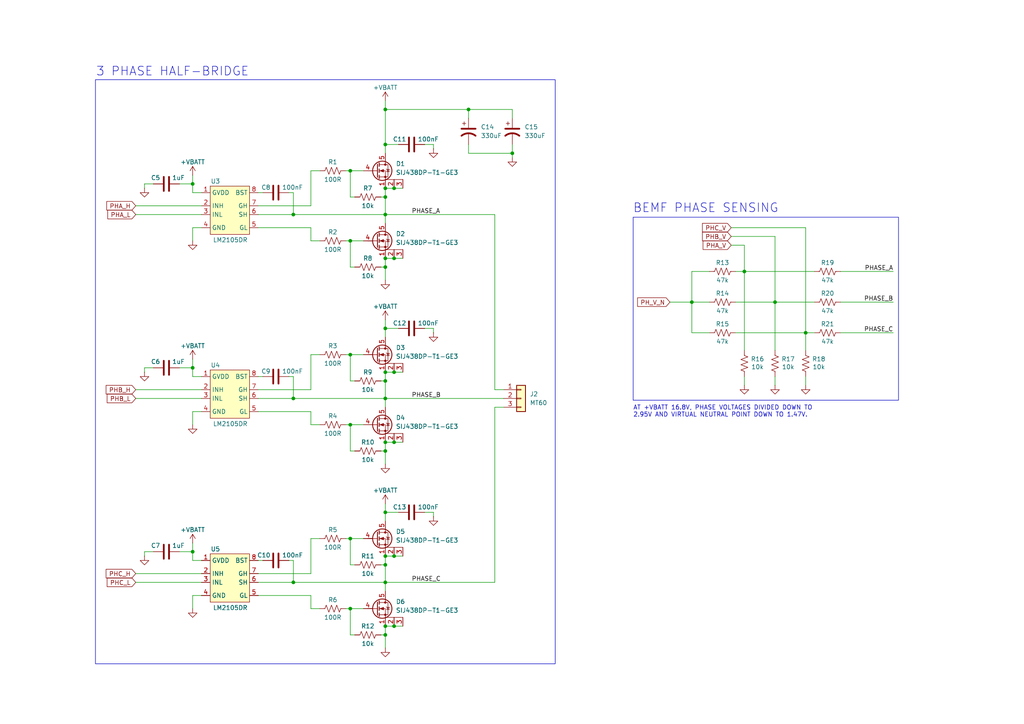
<source format=kicad_sch>
(kicad_sch (version 20231120) (generator "eeschema") (generator_version "8.0")
  (paper "A4")
  (title_block (comment 1 "REVIEWED BY:") (comment 3 "GITHUB: /nikphillydev") (comment 4 "DRAWN BY: N.PHILIPENKO") (comment 5 "SIGNED:"))
  (lib_symbols
    (symbol "C_Polarized_US_1" (pin_numbers hide) (pin_names (offset 0.254) hide)
      (property "Reference" "C" (at 0.635 2.54 0))
      (property "Value" "C_Polarized_US" (at 0.635 -2.54 0))
      (symbol "C_Polarized_US_1_0_1"
        (polyline (pts (xy -2.032 0.762) (xy 2.032 0.762)) (stroke (width 0.508)))
        (polyline (pts (xy -1.778 2.286) (xy -0.762 2.286)))
        (polyline (pts (xy -1.27 1.778) (xy -1.27 2.794)))
        (arc (start 2.032 -1.27) (mid 0 -0.5572) (end -2.032 -1.27) (stroke (width 0.508)))
      )
      (symbol "C_Polarized_US_1_1_1"
        (pin passive line (at 0 3.81 270) (length 2.794) (name "~") (number "1"))
        (pin passive line (at 0 -3.81 90) (length 3.302) (name "~") (number "2"))
      )
    )
    (symbol "Connector_Generic:Conn_01x03" (pin_names (offset 1.016) hide)
      (property "Reference" "J" (at 0 5.08 0))
      (property "Value" "Conn_01x03" (at 0 -5.08 0))
      (symbol "Conn_01x03_1_1"
        (rectangle (start -1.27 -2.413) (end 0 -2.667) (stroke (width 0.1524)))
        (rectangle (start -1.27 0.127) (end 0 -0.127) (stroke (width 0.1524)))
        (rectangle (start -1.27 2.667) (end 0 2.413) (stroke (width 0.1524)))
        (rectangle (start -1.27 3.81) (end 1.27 -3.81) (stroke (width 0.254)) (fill (type background)))
        (pin passive line (at -5.08 2.54 0) (length 3.81) (name "Pin_1") (number "1"))
        (pin passive line (at -5.08 0 0) (length 3.81) (name "Pin_2") (number "2"))
        (pin passive line (at -5.08 -2.54 0) (length 3.81) (name "Pin_3") (number "3"))
      )
    )
    (symbol "Device:C" (pin_numbers hide) (pin_names (offset 0.254))
      (property "Reference" "C" (at 0.635 2.54 0))
      (property "Value" "C" (at 0.635 -2.54 0))
      (symbol "C_0_1"
        (polyline (pts (xy -2.032 -0.762) (xy 2.032 -0.762)) (stroke (width 0.508)))
        (polyline (pts (xy -2.032 0.762) (xy 2.032 0.762)) (stroke (width 0.508)))
      )
      (symbol "C_1_1"
        (pin passive line (at 0 3.81 270) (length 2.794) (name "~") (number "1"))
        (pin passive line (at 0 -3.81 90) (length 2.794) (name "~") (number "2"))
      )
    )
    (symbol "Device:C_Polarized_US" (pin_numbers hide) (pin_names (offset 0.254) hide)
      (property "Reference" "C" (at 0.635 2.54 0))
      (property "Value" "C_Polarized_US" (at 0.635 -2.54 0))
      (symbol "C_Polarized_US_0_1"
        (polyline (pts (xy -2.032 0.762) (xy 2.032 0.762)) (stroke (width 0.508)))
        (polyline (pts (xy -1.778 2.286) (xy -0.762 2.286)))
        (polyline (pts (xy -1.27 1.778) (xy -1.27 2.794)))
        (arc (start 2.032 -1.27) (mid 0 -0.5572) (end -2.032 -1.27) (stroke (width 0.508)))
      )
      (symbol "C_Polarized_US_1_1"
        (pin passive line (at 0 3.81 270) (length 2.794) (name "~") (number "1"))
        (pin passive line (at 0 -3.81 90) (length 3.302) (name "~") (number "2"))
      )
    )
    (symbol "Device:R_US" (pin_numbers hide) (pin_names (offset 0))
      (property "Reference" "R" (at 2.54 0 90))
      (property "Value" "R_US" (at -2.54 0 90))
      (symbol "R_US_0_1"
        (polyline (pts (xy 0 -2.286) (xy 0 -2.54)))
        (polyline (pts (xy 0 2.286) (xy 0 2.54)))
        (polyline (pts (xy 0 -0.762) (xy 1.016 -1.143) (xy 0 -1.524) (xy -1.016 -1.905) (xy 0 -2.286)))
        (polyline (pts (xy 0 0.762) (xy 1.016 0.381) (xy 0 0) (xy -1.016 -0.381) (xy 0 -0.762)))
        (polyline (pts (xy 0 2.286) (xy 1.016 1.905) (xy 0 1.524) (xy -1.016 1.143) (xy 0 0.762)))
      )
      (symbol "R_US_1_1"
        (pin passive line (at 0 3.81 270) (length 1.27) (name "~") (number "1"))
        (pin passive line (at 0 -3.81 90) (length 1.27) (name "~") (number "2"))
      )
    )
    (symbol "Diodes:SiJ438DP" (pin_names hide)
      (property "Reference" "D" (at 4.064 4.826 0))
      (property "Value" "SiJ438DP" (at 7.874 2.794 0))
      (symbol "SiJ438DP_0_1"
        (polyline (pts (xy -1.016 0) (xy -3.81 0)))
        (polyline (pts (xy -1.016 1.905) (xy -1.016 -1.905)) (stroke (width 0.254)))
        (polyline (pts (xy -0.508 -1.27) (xy -0.508 -2.286)) (stroke (width 0.254)))
        (polyline (pts (xy -0.508 0.508) (xy -0.508 -0.508)) (stroke (width 0.254)))
        (polyline (pts (xy -0.508 2.286) (xy -0.508 1.27)) (stroke (width 0.254)))
        (polyline (pts (xy 1.27 2.54) (xy 1.27 1.778)))
        (polyline (pts (xy 1.27 -2.54) (xy 1.27 0) (xy -0.508 0)))
        (polyline (pts (xy 1.27 -2.54) (xy 3.81 -2.54) (xy 6.35 -2.54)))
        (polyline (pts (xy -0.508 -1.778) (xy 2.032 -1.778) (xy 2.032 1.778) (xy -0.508 1.778)))
        (polyline (pts (xy -0.254 0) (xy 0.762 0.381) (xy 0.762 -0.381) (xy -0.254 0)) (fill (type outline)))
        (polyline (pts (xy 1.524 0.508) (xy 1.651 0.381) (xy 2.413 0.381) (xy 2.54 0.254)))
        (polyline (pts (xy 2.032 0.381) (xy 1.651 -0.254) (xy 2.413 -0.254) (xy 2.032 0.381)))
        (circle (center 0.381 0) (radius 2.794) (stroke (width 0.254)))
        (circle (center 1.27 -1.778) (radius 0.254) (fill (type outline)))
        (circle (center 1.27 1.778) (radius 0.254) (fill (type outline)))
      )
      (symbol "SiJ438DP_1_0"
        (pin passive line (at -5.08 0 0) (length 2.54) (name "G") (number "4"))
        (pin passive line (at 1.27 5.08 270) (length 2.54) (name "D") (number "5"))
      )
      (symbol "SiJ438DP_1_1"
        (pin passive line (at 1.27 -5.08 90) (length 2.54) (name "S") (number "1"))
        (pin passive line (at 3.81 -5.08 90) (length 2.54) (name "S") (number "2"))
        (pin passive line (at 6.35 -5.08 90) (length 2.54) (name "S") (number "3"))
      )
    )
    (symbol "ICs:LM2105-D"
      (property "Reference" "U" (at -5.08 8.128 0))
      (property "Value" "LM2105-D" (at -0.508 -8.382 0))
      (symbol "LM2105-D_0_0"
        (pin power_in line (at -8.89 5.08 0) (length 2.54) (name "GVDD") (number "1"))
        (pin input line (at -8.89 1.27 0) (length 2.54) (name "INH") (number "2"))
        (pin input line (at -8.89 -1.27 0) (length 2.54) (name "INL") (number "3"))
        (pin passive line (at -8.89 -5.08 0) (length 2.54) (name "GND") (number "4"))
        (pin output line (at 7.62 -5.08 180) (length 2.54) (name "GL") (number "5"))
        (pin passive line (at 7.62 -1.27 180) (length 2.54) (name "SH") (number "6"))
        (pin output line (at 7.62 1.27 180) (length 2.54) (name "GH") (number "7"))
        (pin passive line (at 7.62 5.08 180) (length 2.54) (name "BST") (number "8"))
      )
      (symbol "LM2105-D_1_1"
        (rectangle (start -6.35 6.985) (end 5.08 -6.985) (fill (type background)))
      )
    )
    (symbol "power:+3.3V" (power) (pin_numbers hide) (pin_names (offset 0) hide)
      (property "Value" "+3.3V" (at 0 3.556 0))
      (symbol "+3.3V_0_1"
        (polyline (pts (xy -0.762 1.27) (xy 0 2.54)))
        (polyline (pts (xy 0 0) (xy 0 2.54)))
        (polyline (pts (xy 0 2.54) (xy 0.762 1.27)))
      )
      (symbol "+3.3V_1_1"
        (pin power_in line (at 0 0 90) (length 0) (name "~") (number "1"))
      )
    )
    (symbol "power:GND" (power) (pin_numbers hide) (pin_names (offset 0) hide)
      (property "Value" "GND" (at 0 -3.81 0))
      (symbol "GND_0_1"
        (polyline (pts (xy 0 0) (xy 0 -1.27) (xy 1.27 -1.27) (xy 0 -2.54) (xy -1.27 -1.27) (xy 0 -1.27)))
      )
      (symbol "GND_1_1"
        (pin power_in line (at 0 0 270) (length 0) (name "~") (number "1"))
      )
    )
  )
  (junction (at 200.66 87.63))
  (junction (at 101.6 102.87))
  (junction (at 111.76 115.57))
  (junction (at 114.3 54.61))
  (junction (at 114.3 107.95))
  (junction (at 111.76 163.83))
  (junction (at 111.76 62.23))
  (junction (at 148.59 44.45))
  (junction (at 114.3 181.61))
  (junction (at 233.68 96.52))
  (junction (at 215.9 78.74))
  (junction (at 111.76 184.15))
  (junction (at 111.76 107.95))
  (junction (at 85.09 115.57))
  (junction (at 111.76 128.27))
  (junction (at 114.3 74.93))
  (junction (at 55.88 53.34))
  (junction (at 101.6 176.53))
  (junction (at 111.76 31.75))
  (junction (at 111.76 57.15))
  (junction (at 55.88 106.68))
  (junction (at 55.88 160.02))
  (junction (at 101.6 69.85))
  (junction (at 111.76 161.29))
  (junction (at 224.79 87.63))
  (junction (at 111.76 41.91))
  (junction (at 101.6 123.19))
  (junction (at 114.3 161.29))
  (junction (at 111.76 74.93))
  (junction (at 111.76 148.59))
  (junction (at 111.76 168.91))
  (junction (at 85.09 62.23))
  (junction (at 111.76 77.47))
  (junction (at 85.09 168.91))
  (junction (at 101.6 49.53))
  (junction (at 114.3 128.27))
  (junction (at 135.89 31.75))
  (junction (at 111.76 95.25))
  (junction (at 101.6 156.21))
  (junction (at 111.76 54.61))
  (junction (at 111.76 130.81))
  (junction (at 111.76 181.61))
  (junction (at 111.76 110.49))
  (wire (pts (xy 58.42 172.72) (xy 55.88 172.72)))
  (wire (pts (xy 85.09 55.88) (xy 85.09 62.23)))
  (wire (pts (xy 111.76 107.95) (xy 114.3 107.95)))
  (wire (pts (xy 111.76 148.59) (xy 111.76 151.13)))
  (wire (pts (xy 123.19 41.91) (xy 125.73 41.91)))
  (wire (pts (xy 55.88 162.56) (xy 55.88 160.02)))
  (wire (pts (xy 100.33 102.87) (xy 101.6 102.87)))
  (wire (pts (xy 111.76 74.93) (xy 114.3 74.93)))
  (wire (pts (xy 100.33 69.85) (xy 101.6 69.85)))
  (wire (pts (xy 143.51 118.11) (xy 146.05 118.11)))
  (wire (pts (xy 111.76 54.61) (xy 111.76 57.15)))
  (wire (pts (xy 233.68 96.52) (xy 233.68 101.6)))
  (wire (pts (xy 58.42 66.04) (xy 55.88 66.04)))
  (wire (pts (xy 52.07 160.02) (xy 55.88 160.02)))
  (wire (pts (xy 194.31 87.63) (xy 200.66 87.63)))
  (wire (pts (xy 215.9 109.22) (xy 215.9 111.76)))
  (wire (pts (xy 74.93 59.69) (xy 90.17 59.69)))
  (wire (pts (xy 85.09 62.23) (xy 111.76 62.23)))
  (wire (pts (xy 111.76 29.21) (xy 111.76 31.75)))
  (wire (pts (xy 148.59 34.29) (xy 148.59 31.75)))
  (wire (pts (xy 74.93 113.03) (xy 90.17 113.03)))
  (wire (pts (xy 148.59 41.91) (xy 148.59 44.45)))
  (wire (pts (xy 101.6 110.49) (xy 102.87 110.49)))
  (wire (pts (xy 85.09 162.56) (xy 85.09 168.91)))
  (wire (pts (xy 111.76 41.91) (xy 111.76 44.45)))
  (wire (pts (xy 224.79 87.63) (xy 224.79 101.6)))
  (wire (pts (xy 111.76 181.61) (xy 114.3 181.61)))
  (wire (pts (xy 101.6 123.19) (xy 105.41 123.19)))
  (wire (pts (xy 101.6 77.47) (xy 102.87 77.47)))
  (wire (pts (xy 111.76 115.57) (xy 146.05 115.57)))
  (wire (pts (xy 111.76 128.27) (xy 111.76 130.81)))
  (wire (pts (xy 114.3 54.61) (xy 116.84 54.61)))
  (wire (pts (xy 143.51 168.91) (xy 143.51 118.11)))
  (wire (pts (xy 55.88 109.22) (xy 55.88 106.68)))
  (wire (pts (xy 100.33 176.53) (xy 101.6 176.53)))
  (wire (pts (xy 100.33 156.21) (xy 101.6 156.21)))
  (wire (pts (xy 74.93 119.38) (xy 90.17 119.38)))
  (wire (pts (xy 101.6 49.53) (xy 105.41 49.53)))
  (wire (pts (xy 101.6 156.21) (xy 105.41 156.21)))
  (wire (pts (xy 74.93 109.22) (xy 76.2 109.22)))
  (wire (pts (xy 111.76 181.61) (xy 111.76 184.15)))
  (wire (pts (xy 55.88 160.02) (xy 55.88 157.48)))
  (wire (pts (xy 200.66 78.74) (xy 200.66 87.63)))
  (wire (pts (xy 101.6 184.15) (xy 102.87 184.15)))
  (wire (pts (xy 224.79 109.22) (xy 224.79 111.76)))
  (wire (pts (xy 224.79 87.63) (xy 224.79 68.58)))
  (wire (pts (xy 205.74 96.52) (xy 200.66 96.52)))
  (wire (pts (xy 215.9 78.74) (xy 215.9 71.12)))
  (wire (pts (xy 90.17 123.19) (xy 92.71 123.19)))
  (wire (pts (xy 39.37 168.91) (xy 58.42 168.91)))
  (wire (pts (xy 101.6 123.19) (xy 101.6 130.81)))
  (wire (pts (xy 213.36 96.52) (xy 233.68 96.52)))
  (wire (pts (xy 215.9 78.74) (xy 236.22 78.74)))
  (wire (pts (xy 212.09 66.04) (xy 233.68 66.04)))
  (wire (pts (xy 213.36 87.63) (xy 224.79 87.63)))
  (wire (pts (xy 111.76 57.15) (xy 111.76 62.23)))
  (wire (pts (xy 39.37 115.57) (xy 58.42 115.57)))
  (wire (pts (xy 111.76 77.47) (xy 111.76 81.28)))
  (wire (pts (xy 90.17 66.04) (xy 90.17 69.85)))
  (wire (pts (xy 101.6 57.15) (xy 102.87 57.15)))
  (wire (pts (xy 233.68 96.52) (xy 236.22 96.52)))
  (wire (pts (xy 111.76 115.57) (xy 111.76 118.11)))
  (wire (pts (xy 44.45 53.34) (xy 41.91 53.34)))
  (wire (pts (xy 111.76 184.15) (xy 111.76 187.96)))
  (wire (pts (xy 111.76 54.61) (xy 114.3 54.61)))
  (wire (pts (xy 213.36 78.74) (xy 215.9 78.74)))
  (wire (pts (xy 135.89 34.29) (xy 135.89 31.75)))
  (wire (pts (xy 200.66 96.52) (xy 200.66 87.63)))
  (wire (pts (xy 90.17 49.53) (xy 92.71 49.53)))
  (wire (pts (xy 39.37 166.37) (xy 58.42 166.37)))
  (wire (pts (xy 111.76 74.93) (xy 111.76 77.47)))
  (wire (pts (xy 111.76 41.91) (xy 115.57 41.91)))
  (wire (pts (xy 114.3 128.27) (xy 116.84 128.27)))
  (wire (pts (xy 58.42 162.56) (xy 55.88 162.56)))
  (wire (pts (xy 111.76 184.15) (xy 110.49 184.15)))
  (wire (pts (xy 55.88 66.04) (xy 55.88 69.85)))
  (wire (pts (xy 111.76 161.29) (xy 111.76 163.83)))
  (wire (pts (xy 114.3 161.29) (xy 116.84 161.29)))
  (wire (pts (xy 212.09 68.58) (xy 224.79 68.58)))
  (wire (pts (xy 74.93 172.72) (xy 90.17 172.72)))
  (wire (pts (xy 101.6 69.85) (xy 101.6 77.47)))
  (wire (pts (xy 114.3 181.61) (xy 116.84 181.61)))
  (wire (pts (xy 215.9 78.74) (xy 215.9 101.6)))
  (wire (pts (xy 41.91 160.02) (xy 41.91 161.29)))
  (wire (pts (xy 123.19 95.25) (xy 125.73 95.25)))
  (wire (pts (xy 90.17 166.37) (xy 90.17 156.21)))
  (wire (pts (xy 55.88 55.88) (xy 55.88 53.34)))
  (wire (pts (xy 111.76 31.75) (xy 135.89 31.75)))
  (wire (pts (xy 100.33 49.53) (xy 101.6 49.53)))
  (wire (pts (xy 101.6 102.87) (xy 105.41 102.87)))
  (wire (pts (xy 233.68 96.52) (xy 233.68 66.04)))
  (wire (pts (xy 85.09 109.22) (xy 85.09 115.57)))
  (wire (pts (xy 110.49 110.49) (xy 111.76 110.49)))
  (wire (pts (xy 233.68 109.22) (xy 233.68 111.76)))
  (wire (pts (xy 100.33 123.19) (xy 101.6 123.19)))
  (wire (pts (xy 85.09 168.91) (xy 111.76 168.91)))
  (wire (pts (xy 125.73 41.91) (xy 125.73 43.18)))
  (wire (pts (xy 111.76 62.23) (xy 143.51 62.23)))
  (wire (pts (xy 111.76 146.05) (xy 111.76 148.59)))
  (wire (pts (xy 58.42 55.88) (xy 55.88 55.88)))
  (wire (pts (xy 83.82 109.22) (xy 85.09 109.22)))
  (wire (pts (xy 52.07 106.68) (xy 55.88 106.68)))
  (wire (pts (xy 39.37 59.69) (xy 58.42 59.69)))
  (wire (pts (xy 135.89 31.75) (xy 148.59 31.75)))
  (wire (pts (xy 55.88 172.72) (xy 55.88 176.53)))
  (wire (pts (xy 111.76 77.47) (xy 110.49 77.47)))
  (wire (pts (xy 74.93 66.04) (xy 90.17 66.04)))
  (wire (pts (xy 90.17 113.03) (xy 90.17 102.87)))
  (wire (pts (xy 55.88 53.34) (xy 55.88 50.8)))
  (wire (pts (xy 85.09 115.57) (xy 74.93 115.57)))
  (wire (pts (xy 135.89 44.45) (xy 148.59 44.45)))
  (wire (pts (xy 110.49 57.15) (xy 111.76 57.15)))
  (wire (pts (xy 243.84 96.52) (xy 259.08 96.52)))
  (wire (pts (xy 101.6 176.53) (xy 101.6 184.15)))
  (wire (pts (xy 85.09 115.57) (xy 111.76 115.57)))
  (wire (pts (xy 39.37 113.03) (xy 58.42 113.03)))
  (wire (pts (xy 143.51 113.03) (xy 146.05 113.03)))
  (wire (pts (xy 90.17 176.53) (xy 92.71 176.53)))
  (wire (pts (xy 111.76 128.27) (xy 114.3 128.27)))
  (wire (pts (xy 123.19 148.59) (xy 125.73 148.59)))
  (wire (pts (xy 44.45 106.68) (xy 41.91 106.68)))
  (wire (pts (xy 85.09 62.23) (xy 74.93 62.23)))
  (wire (pts (xy 125.73 95.25) (xy 125.73 96.52)))
  (wire (pts (xy 83.82 162.56) (xy 85.09 162.56)))
  (wire (pts (xy 125.73 148.59) (xy 125.73 149.86)))
  (wire (pts (xy 111.76 95.25) (xy 115.57 95.25)))
  (wire (pts (xy 114.3 107.95) (xy 116.84 107.95)))
  (wire (pts (xy 111.76 92.71) (xy 111.76 95.25)))
  (wire (pts (xy 52.07 53.34) (xy 55.88 53.34)))
  (wire (pts (xy 111.76 130.81) (xy 111.76 134.62)))
  (wire (pts (xy 111.76 31.75) (xy 111.76 41.91)))
  (wire (pts (xy 101.6 163.83) (xy 102.87 163.83)))
  (wire (pts (xy 101.6 176.53) (xy 105.41 176.53)))
  (wire (pts (xy 55.88 106.68) (xy 55.88 104.14)))
  (wire (pts (xy 83.82 55.88) (xy 85.09 55.88)))
  (wire (pts (xy 101.6 102.87) (xy 101.6 110.49)))
  (wire (pts (xy 90.17 172.72) (xy 90.17 176.53)))
  (wire (pts (xy 55.88 119.38) (xy 55.88 123.19)))
  (wire (pts (xy 101.6 69.85) (xy 105.41 69.85)))
  (wire (pts (xy 111.76 168.91) (xy 143.51 168.91)))
  (wire (pts (xy 111.76 130.81) (xy 110.49 130.81)))
  (wire (pts (xy 205.74 78.74) (xy 200.66 78.74)))
  (wire (pts (xy 58.42 109.22) (xy 55.88 109.22)))
  (wire (pts (xy 143.51 62.23) (xy 143.51 113.03)))
  (wire (pts (xy 74.93 166.37) (xy 90.17 166.37)))
  (wire (pts (xy 90.17 102.87) (xy 92.71 102.87)))
  (wire (pts (xy 90.17 59.69) (xy 90.17 49.53)))
  (wire (pts (xy 243.84 87.63) (xy 259.08 87.63)))
  (wire (pts (xy 90.17 119.38) (xy 90.17 123.19)))
  (wire (pts (xy 148.59 44.45) (xy 148.59 45.72)))
  (wire (pts (xy 41.91 53.34) (xy 41.91 54.61)))
  (wire (pts (xy 224.79 87.63) (xy 236.22 87.63)))
  (wire (pts (xy 111.76 161.29) (xy 114.3 161.29)))
  (wire (pts (xy 200.66 87.63) (xy 205.74 87.63)))
  (wire (pts (xy 74.93 55.88) (xy 76.2 55.88)))
  (wire (pts (xy 90.17 69.85) (xy 92.71 69.85)))
  (wire (pts (xy 110.49 163.83) (xy 111.76 163.83)))
  (wire (pts (xy 101.6 49.53) (xy 101.6 57.15)))
  (wire (pts (xy 114.3 74.93) (xy 116.84 74.93)))
  (wire (pts (xy 111.76 95.25) (xy 111.76 97.79)))
  (wire (pts (xy 111.76 110.49) (xy 111.76 115.57)))
  (wire (pts (xy 101.6 130.81) (xy 102.87 130.81)))
  (wire (pts (xy 41.91 106.68) (xy 41.91 107.95)))
  (wire (pts (xy 101.6 156.21) (xy 101.6 163.83)))
  (wire (pts (xy 111.76 168.91) (xy 111.76 171.45)))
  (wire (pts (xy 74.93 162.56) (xy 76.2 162.56)))
  (wire (pts (xy 111.76 148.59) (xy 115.57 148.59)))
  (wire (pts (xy 135.89 41.91) (xy 135.89 44.45)))
  (wire (pts (xy 44.45 160.02) (xy 41.91 160.02)))
  (wire (pts (xy 111.76 62.23) (xy 111.76 64.77)))
  (wire (pts (xy 111.76 163.83) (xy 111.76 168.91)))
  (wire (pts (xy 85.09 168.91) (xy 74.93 168.91)))
  (wire (pts (xy 212.09 71.12) (xy 215.9 71.12)))
  (wire (pts (xy 90.17 156.21) (xy 92.71 156.21)))
  (wire (pts (xy 111.76 107.95) (xy 111.76 110.49)))
  (wire (pts (xy 243.84 78.74) (xy 259.08 78.74)))
  (wire (pts (xy 58.42 119.38) (xy 55.88 119.38)))
  (wire (pts (xy 39.37 62.23) (xy 58.42 62.23)))
  (rectangle (start 27.686 23.114) (end 161.036 192.532))
  (rectangle (start 183.642 62.992) (end 260.604 116.078))
  (text "3 PHASE HALF-BRIDGE" (at 50.038 20.828 0) (effects (font (size 2.54 2.54))))
  (text "BEMF PHASE SENSING" (at 204.724 60.452 0) (effects (font (size 2.54 2.54))))
  (text "AT +VBATT 16.8V, PHASE VOLTAGES DIVIDED DOWN TO \n2.95V AND VIRTUAL NEUTRAL POINT DOWN TO 1.47V." (at 183.642 119.38 0) (effects (font (size 1.27 1.27)) (justify left)))
  (label "PHASE_C" (at 119.38 168.91 0))
  (label "PHASE_A" (at 119.38 62.23 0))
  (label "PHASE_C" (at 259.08 96.52 180))
  (label "PHASE_A" (at 259.08 78.74 180))
  (label "PHASE_B" (at 259.08 87.63 180))
  (label "PHASE_B" (at 119.38 115.57 0))
  (global_label "PHC_V" (shape input) (at 212.09 66.04 180) (property "Intersheetrefs" "${INTERSHEET_REFS}" (effects (hide yes))))
  (global_label "PHC_H" (shape input) (at 39.37 166.37 180) (property "Intersheetrefs" "${INTERSHEET_REFS}" (effects (hide yes))))
  (global_label "PHA_L" (shape input) (at 39.37 62.23 180) (property "Intersheetrefs" "${INTERSHEET_REFS}" (effects (hide yes))))
  (global_label "PHA_H" (shape input) (at 39.37 59.69 180) (property "Intersheetrefs" "${INTERSHEET_REFS}" (effects (hide yes))))
  (global_label "PHC_L" (shape input) (at 39.37 168.91 180) (property "Intersheetrefs" "${INTERSHEET_REFS}" (effects (hide yes))))
  (global_label "PHB_V" (shape input) (at 212.09 68.58 180) (property "Intersheetrefs" "${INTERSHEET_REFS}" (effects (hide yes))))
  (global_label "PHB_L" (shape input) (at 39.37 115.57 180) (property "Intersheetrefs" "${INTERSHEET_REFS}" (effects (hide yes))))
  (global_label "PH_V_N" (shape input) (at 194.31 87.63 180) (property "Intersheetrefs" "${INTERSHEET_REFS}" (effects (hide yes))))
  (global_label "PHB_H" (shape input) (at 39.37 113.03 180) (property "Intersheetrefs" "${INTERSHEET_REFS}" (effects (hide yes))))
  (global_label "PHA_V" (shape input) (at 212.09 71.12 180) (property "Intersheetrefs" "${INTERSHEET_REFS}" (effects (hide yes))))
  (symbol (lib_id "Device:R_US") (at 96.52 102.87 90) (unit 1)
    (property "Reference" "R3" (at 96.52 100.33 90))
    (property "Value" "100R" (at 96.52 105.41 90))
    (property "Description" "Resistor, US symbol" (effects (hide yes)))
  )
  (symbol (lib_id "Device:R_US") (at 96.52 49.53 90) (unit 1)
    (property "Reference" "R1" (at 96.52 46.99 90))
    (property "Value" "100R" (at 96.52 52.07 90))
    (property "Description" "Resistor, US symbol" (effects (hide yes)))
  )
  (symbol (lib_id "Device:R_US") (at 215.9 105.41 180) (unit 1)
    (property "Reference" "R16" (at 219.71 104.14 0))
    (property "Value" "10k" (at 219.71 106.426 0))
    (property "Description" "Resistor, US symbol" (effects (hide yes)))
  )
  (symbol (lib_id "Device:R_US") (at 209.55 96.52 90) (unit 1)
    (property "Reference" "R15" (at 209.55 93.98 90))
    (property "Value" "47k" (at 209.55 99.06 90))
    (property "Description" "Resistor, US symbol" (effects (hide yes)))
  )
  (symbol (lib_id "Diodes:SiJ438DP") (at 110.49 176.53 0) (unit 1)
    (property "Reference" "D6" (at 114.808 174.498 0) (effects (justify left)))
    (property "Value" "SIJ438DP-T1-GE3" (at 114.808 177.038 0) (effects (justify left)))
    (property "Footprint" "Diodes:Vishay_PPAK_SO-8L" (effects (hide yes)))
  )
  (symbol (lib_id "power:+3.3V") (at 55.88 104.14 0) (unit 1)
    (property "Reference" "#PWR012" (effects (hide yes)))
    (property "Value" "+VBATT" (at 55.88 100.33 0))
    (property "Description" "Power symbol creates a global label with name \"+3.3V\"" (effects (hide yes)))
  )
  (symbol (lib_name "C_Polarized_US_1") (lib_id "Device:C_Polarized_US") (at 148.59 38.1 0) (unit 1)
    (property "Reference" "C15" (at 152.146 36.83 0) (effects (justify left)))
    (property "Value" "330uF" (at 152.146 39.37 0) (effects (justify left)))
    (property "Footprint" "Capacitors:CAP_ALUM_HORIZONTAL" (effects (hide yes)))
    (property "Description" "Polarized capacitor, US symbol" (effects (hide yes)))
  )
  (symbol (lib_id "Device:R_US") (at 106.68 110.49 90) (unit 1)
    (property "Reference" "R9" (at 106.68 107.95 90))
    (property "Value" "10k" (at 106.68 113.03 90))
    (property "Description" "Resistor, US symbol" (effects (hide yes)))
  )
  (symbol (lib_id "Device:C_Polarized_US") (at 135.89 38.1 0) (unit 1)
    (property "Reference" "C14" (at 139.446 36.83 0) (effects (justify left)))
    (property "Value" "330uF" (at 139.446 39.37 0) (effects (justify left)))
    (property "Footprint" "Capacitors:CAP_ALUM_HORIZONTAL" (effects (hide yes)))
    (property "Description" "Polarized capacitor, US symbol" (effects (hide yes)))
  )
  (symbol (lib_id "power:GND") (at 148.59 45.72 0) (unit 1)
    (property "Reference" "#PWR025" (effects (hide yes)))
    (property "Value" "GND" (effects (hide yes)))
    (property "Description" "Power symbol creates a global label with name \"GND\" , ground" (effects (hide yes)))
  )
  (symbol (lib_id "power:GND") (at 111.76 134.62 0) (unit 1)
    (property "Reference" "#PWR019" (effects (hide yes)))
    (property "Value" "GND" (effects (hide yes)))
    (property "Description" "Power symbol creates a global label with name \"GND\" , ground" (effects (hide yes)))
  )
  (symbol (lib_id "power:+3.3V") (at 55.88 157.48 0) (unit 1)
    (property "Reference" "#PWR014" (effects (hide yes)))
    (property "Value" "+VBATT" (at 55.88 153.67 0))
    (property "Description" "Power symbol creates a global label with name \"+3.3V\"" (effects (hide yes)))
  )
  (symbol (lib_id "Device:R_US") (at 106.68 163.83 90) (unit 1)
    (property "Reference" "R11" (at 106.68 161.29 90))
    (property "Value" "10k" (at 106.68 166.37 90))
    (property "Description" "Resistor, US symbol" (effects (hide yes)))
  )
  (symbol (lib_id "Device:C") (at 80.01 162.56 90) (unit 1)
    (property "Reference" "C10" (at 78.486 161.036 90) (effects (justify left)))
    (property "Value" "100nF" (at 87.884 161.036 90) (effects (justify left)))
    (property "Description" "Unpolarized capacitor" (effects (hide yes)))
  )
  (symbol (lib_id "power:+3.3V") (at 111.76 92.71 0) (unit 1)
    (property "Reference" "#PWR018" (effects (hide yes)))
    (property "Value" "+VBATT" (at 111.76 88.9 0))
    (property "Description" "Power symbol creates a global label with name \"+3.3V\"" (effects (hide yes)))
  )
  (symbol (lib_id "Device:R_US") (at 209.55 78.74 90) (unit 1)
    (property "Reference" "R13" (at 209.55 76.2 90))
    (property "Value" "47k" (at 209.55 81.28 90))
    (property "Description" "Resistor, US symbol" (effects (hide yes)))
  )
  (symbol (lib_id "power:GND") (at 41.91 54.61 0) (unit 1)
    (property "Reference" "#PWR07" (effects (hide yes)))
    (property "Value" "GND" (effects (hide yes)))
    (property "Description" "Power symbol creates a global label with name \"GND\" , ground" (effects (hide yes)))
  )
  (symbol (lib_id "Device:R_US") (at 106.68 77.47 90) (unit 1)
    (property "Reference" "R8" (at 106.68 74.93 90))
    (property "Value" "10k" (at 106.68 80.01 90))
    (property "Description" "Resistor, US symbol" (effects (hide yes)))
  )
  (symbol (lib_id "Diodes:SiJ438DP") (at 110.49 49.53 0) (unit 1)
    (property "Reference" "D1" (at 114.808 47.498 0) (effects (justify left)))
    (property "Value" "SIJ438DP-T1-GE3" (at 114.808 50.038 0) (effects (justify left)))
    (property "Footprint" "Diodes:Vishay_PPAK_SO-8L" (effects (hide yes)))
  )
  (symbol (lib_id "Device:R_US") (at 240.03 78.74 90) (unit 1)
    (property "Reference" "R19" (at 240.03 76.2 90))
    (property "Value" "47k" (at 240.03 81.28 90))
    (property "Description" "Resistor, US symbol" (effects (hide yes)))
  )
  (symbol (lib_id "Device:R_US") (at 106.68 130.81 90) (unit 1)
    (property "Reference" "R10" (at 106.68 128.27 90))
    (property "Value" "10k" (at 106.68 133.35 90))
    (property "Description" "Resistor, US symbol" (effects (hide yes)))
  )
  (symbol (lib_id "power:GND") (at 233.68 111.76 0) (unit 1)
    (property "Reference" "#PWR028" (effects (hide yes)))
    (property "Value" "GND" (effects (hide yes)))
    (property "Description" "Power symbol creates a global label with name \"GND\" , ground" (effects (hide yes)))
  )
  (symbol (lib_id "power:GND") (at 125.73 149.86 0) (unit 1)
    (property "Reference" "#PWR024" (effects (hide yes)))
    (property "Value" "GND" (effects (hide yes)))
    (property "Description" "Power symbol creates a global label with name \"GND\" , ground" (effects (hide yes)))
  )
  (symbol (lib_id "power:GND") (at 215.9 111.76 0) (unit 1)
    (property "Reference" "#PWR026" (effects (hide yes)))
    (property "Value" "GND" (effects (hide yes)))
    (property "Description" "Power symbol creates a global label with name \"GND\" , ground" (effects (hide yes)))
  )
  (symbol (lib_id "power:GND") (at 111.76 187.96 0) (unit 1)
    (property "Reference" "#PWR021" (effects (hide yes)))
    (property "Value" "GND" (effects (hide yes)))
    (property "Description" "Power symbol creates a global label with name \"GND\" , ground" (effects (hide yes)))
  )
  (symbol (lib_id "power:GND") (at 125.73 43.18 0) (unit 1)
    (property "Reference" "#PWR022" (effects (hide yes)))
    (property "Value" "GND" (effects (hide yes)))
    (property "Description" "Power symbol creates a global label with name \"GND\" , ground" (effects (hide yes)))
  )
  (symbol (lib_id "Diodes:SiJ438DP") (at 110.49 156.21 0) (unit 1)
    (property "Reference" "D5" (at 114.808 154.178 0) (effects (justify left)))
    (property "Value" "SIJ438DP-T1-GE3" (at 114.808 156.718 0) (effects (justify left)))
    (property "Footprint" "Diodes:Vishay_PPAK_SO-8L" (effects (hide yes)))
  )
  (symbol (lib_id "Device:R_US") (at 96.52 176.53 90) (unit 1)
    (property "Reference" "R6" (at 96.52 173.99 90))
    (property "Value" "100R" (at 96.52 179.07 90))
    (property "Description" "Resistor, US symbol" (effects (hide yes)))
  )
  (symbol (lib_id "power:GND") (at 41.91 161.29 0) (unit 1)
    (property "Reference" "#PWR09" (effects (hide yes)))
    (property "Value" "GND" (effects (hide yes)))
    (property "Description" "Power symbol creates a global label with name \"GND\" , ground" (effects (hide yes)))
  )
  (symbol (lib_id "power:GND") (at 125.73 96.52 0) (unit 1)
    (property "Reference" "#PWR023" (effects (hide yes)))
    (property "Value" "GND" (effects (hide yes)))
    (property "Description" "Power symbol creates a global label with name \"GND\" , ground" (effects (hide yes)))
  )
  (symbol (lib_id "Device:R_US") (at 240.03 96.52 90) (unit 1)
    (property "Reference" "R21" (at 240.03 93.98 90))
    (property "Value" "47k" (at 240.03 99.06 90))
    (property "Description" "Resistor, US symbol" (effects (hide yes)))
  )
  (symbol (lib_id "Device:R_US") (at 240.03 87.63 90) (unit 1)
    (property "Reference" "R20" (at 240.03 85.09 90))
    (property "Value" "47k" (at 240.03 90.17 90))
    (property "Description" "Resistor, US symbol" (effects (hide yes)))
  )
  (symbol (lib_id "Device:C") (at 80.01 55.88 90) (unit 1)
    (property "Reference" "C8" (at 78.486 54.356 90) (effects (justify left)))
    (property "Value" "100nF" (at 87.884 54.356 90) (effects (justify left)))
    (property "Description" "Unpolarized capacitor" (effects (hide yes)))
  )
  (symbol (lib_id "Device:C") (at 48.26 160.02 90) (unit 1)
    (property "Reference" "C7" (at 46.482 158.242 90) (effects (justify left)))
    (property "Value" "1uF" (at 53.594 158.242 90) (effects (justify left)))
    (property "Description" "Unpolarized capacitor" (effects (hide yes)))
  )
  (symbol (lib_id "Diodes:SiJ438DP") (at 110.49 102.87 0) (unit 1)
    (property "Reference" "D3" (at 114.808 100.838 0) (effects (justify left)))
    (property "Value" "SIJ438DP-T1-GE3" (at 114.808 103.378 0) (effects (justify left)))
    (property "Footprint" "Diodes:Vishay_PPAK_SO-8L" (effects (hide yes)))
  )
  (symbol (lib_id "Device:R_US") (at 96.52 69.85 90) (unit 1)
    (property "Reference" "R2" (at 96.52 67.31 90))
    (property "Value" "100R" (at 96.52 72.39 90))
    (property "Description" "Resistor, US symbol" (effects (hide yes)))
  )
  (symbol (lib_id "power:+3.3V") (at 111.76 29.21 0) (unit 1)
    (property "Reference" "#PWR016" (effects (hide yes)))
    (property "Value" "+VBATT" (at 111.76 25.4 0))
    (property "Description" "Power symbol creates a global label with name \"+3.3V\"" (effects (hide yes)))
  )
  (symbol (lib_id "ICs:LM2105-D") (at 67.31 114.3 0) (unit 1)
    (property "Reference" "U4" (at 62.484 105.918 0))
    (property "Value" "LM2105DR" (at 66.802 122.936 0))
    (property "Footprint" "ICs:TI_SOIC-8" (effects (hide yes)))
  )
  (symbol (lib_id "Device:C") (at 119.38 148.59 90) (unit 1)
    (property "Reference" "C13" (at 117.856 147.066 90) (effects (justify left)))
    (property "Value" "100nF" (at 127.254 147.066 90) (effects (justify left)))
    (property "Description" "Unpolarized capacitor" (effects (hide yes)))
  )
  (symbol (lib_id "power:GND") (at 41.91 107.95 0) (unit 1)
    (property "Reference" "#PWR08" (effects (hide yes)))
    (property "Value" "GND" (effects (hide yes)))
    (property "Description" "Power symbol creates a global label with name \"GND\" , ground" (effects (hide yes)))
  )
  (symbol (lib_id "Connector_Generic:Conn_01x03") (at 151.13 115.57 0) (unit 1)
    (property "Reference" "J2" (at 153.67 114.2999 0) (effects (justify left)))
    (property "Value" "MT60" (at 153.67 116.8399 0) (effects (justify left)))
    (property "Description" "Generic connector, single row, 01x03, script generated (kicad-library-utils/schlib/autogen/connector/)" (effects (hide yes)))
  )
  (symbol (lib_id "Device:C") (at 48.26 106.68 90) (unit 1)
    (property "Reference" "C6" (at 46.482 104.902 90) (effects (justify left)))
    (property "Value" "1uF" (at 53.594 104.902 90) (effects (justify left)))
    (property "Description" "Unpolarized capacitor" (effects (hide yes)))
  )
  (symbol (lib_id "power:GND") (at 224.79 111.76 0) (unit 1)
    (property "Reference" "#PWR027" (effects (hide yes)))
    (property "Value" "GND" (effects (hide yes)))
    (property "Description" "Power symbol creates a global label with name \"GND\" , ground" (effects (hide yes)))
  )
  (symbol (lib_id "Device:C") (at 48.26 53.34 90) (unit 1)
    (property "Reference" "C5" (at 46.482 51.562 90) (effects (justify left)))
    (property "Value" "1uF" (at 53.594 51.562 90) (effects (justify left)))
    (property "Description" "Unpolarized capacitor" (effects (hide yes)))
  )
  (symbol (lib_id "Device:R_US") (at 233.68 105.41 180) (unit 1)
    (property "Reference" "R18" (at 237.49 104.14 0))
    (property "Value" "10k" (at 237.49 106.426 0))
    (property "Description" "Resistor, US symbol" (effects (hide yes)))
  )
  (symbol (lib_id "power:+3.3V") (at 55.88 50.8 0) (unit 1)
    (property "Reference" "#PWR010" (effects (hide yes)))
    (property "Value" "+VBATT" (at 55.88 46.99 0))
    (property "Description" "Power symbol creates a global label with name \"+3.3V\"" (effects (hide yes)))
  )
  (symbol (lib_id "Device:C") (at 80.01 109.22 90) (unit 1)
    (property "Reference" "C9" (at 78.486 107.696 90) (effects (justify left)))
    (property "Value" "100nF" (at 87.884 107.696 90) (effects (justify left)))
    (property "Description" "Unpolarized capacitor" (effects (hide yes)))
  )
  (symbol (lib_id "Device:R_US") (at 209.55 87.63 90) (unit 1)
    (property "Reference" "R14" (at 209.55 85.09 90))
    (property "Value" "47k" (at 209.55 90.17 90))
    (property "Description" "Resistor, US symbol" (effects (hide yes)))
  )
  (symbol (lib_id "Device:R_US") (at 224.79 105.41 180) (unit 1)
    (property "Reference" "R17" (at 228.6 104.14 0))
    (property "Value" "10k" (at 228.6 106.426 0))
    (property "Description" "Resistor, US symbol" (effects (hide yes)))
  )
  (symbol (lib_id "power:GND") (at 55.88 123.19 0) (unit 1)
    (property "Reference" "#PWR013" (effects (hide yes)))
    (property "Value" "GND" (effects (hide yes)))
    (property "Description" "Power symbol creates a global label with name \"GND\" , ground" (effects (hide yes)))
  )
  (symbol (lib_id "Device:R_US") (at 106.68 57.15 90) (unit 1)
    (property "Reference" "R7" (at 106.68 54.61 90))
    (property "Value" "10k" (at 106.68 59.69 90))
    (property "Description" "Resistor, US symbol" (effects (hide yes)))
  )
  (symbol (lib_id "ICs:LM2105-D") (at 67.31 60.96 0) (unit 1)
    (property "Reference" "U3" (at 62.484 52.578 0))
    (property "Value" "LM2105DR" (at 66.802 69.596 0))
    (property "Footprint" "ICs:TI_SOIC-8" (effects (hide yes)))
  )
  (symbol (lib_id "Diodes:SiJ438DP") (at 110.49 69.85 0) (unit 1)
    (property "Reference" "D2" (at 114.808 67.818 0) (effects (justify left)))
    (property "Value" "SIJ438DP-T1-GE3" (at 114.808 70.358 0) (effects (justify left)))
    (property "Footprint" "Diodes:Vishay_PPAK_SO-8L" (effects (hide yes)))
  )
  (symbol (lib_id "Device:R_US") (at 96.52 156.21 90) (unit 1)
    (property "Reference" "R5" (at 96.52 153.67 90))
    (property "Value" "100R" (at 96.52 158.75 90))
    (property "Description" "Resistor, US symbol" (effects (hide yes)))
  )
  (symbol (lib_id "power:+3.3V") (at 111.76 146.05 0) (unit 1)
    (property "Reference" "#PWR020" (effects (hide yes)))
    (property "Value" "+VBATT" (at 111.76 142.24 0))
    (property "Description" "Power symbol creates a global label with name \"+3.3V\"" (effects (hide yes)))
  )
  (symbol (lib_id "ICs:LM2105-D") (at 67.31 167.64 0) (unit 1)
    (property "Reference" "U5" (at 62.484 159.258 0))
    (property "Value" "LM2105DR" (at 66.802 176.276 0))
    (property "Footprint" "ICs:TI_SOIC-8" (effects (hide yes)))
  )
  (symbol (lib_id "Diodes:SiJ438DP") (at 110.49 123.19 0) (unit 1)
    (property "Reference" "D4" (at 114.808 121.158 0) (effects (justify left)))
    (property "Value" "SIJ438DP-T1-GE3" (at 114.808 123.698 0) (effects (justify left)))
    (property "Footprint" "Diodes:Vishay_PPAK_SO-8L" (effects (hide yes)))
  )
  (symbol (lib_id "Device:R_US") (at 96.52 123.19 90) (unit 1)
    (property "Reference" "R4" (at 96.52 120.65 90))
    (property "Value" "100R" (at 96.52 125.73 90))
    (property "Description" "Resistor, US symbol" (effects (hide yes)))
  )
  (symbol (lib_id "Device:C") (at 119.38 41.91 90) (unit 1)
    (property "Reference" "C11" (at 117.856 40.386 90) (effects (justify left)))
    (property "Value" "100nF" (at 127.254 40.386 90) (effects (justify left)))
    (property "Description" "Unpolarized capacitor" (effects (hide yes)))
  )
  (symbol (lib_id "power:GND") (at 111.76 81.28 0) (unit 1)
    (property "Reference" "#PWR017" (effects (hide yes)))
    (property "Value" "GND" (effects (hide yes)))
    (property "Description" "Power symbol creates a global label with name \"GND\" , ground" (effects (hide yes)))
  )
  (symbol (lib_id "Device:R_US") (at 106.68 184.15 90) (unit 1)
    (property "Reference" "R12" (at 106.68 181.61 90))
    (property "Value" "10k" (at 106.68 186.69 90))
    (property "Description" "Resistor, US symbol" (effects (hide yes)))
  )
  (symbol (lib_id "power:GND") (at 55.88 69.85 0) (unit 1)
    (property "Reference" "#PWR011" (effects (hide yes)))
    (property "Value" "GND" (effects (hide yes)))
    (property "Description" "Power symbol creates a global label with name \"GND\" , ground" (effects (hide yes)))
  )
  (symbol (lib_id "power:GND") (at 55.88 176.53 0) (unit 1)
    (property "Reference" "#PWR015" (effects (hide yes)))
    (property "Value" "GND" (effects (hide yes)))
    (property "Description" "Power symbol creates a global label with name \"GND\" , ground" (effects (hide yes)))
  )
  (symbol (lib_id "Device:C") (at 119.38 95.25 90) (unit 1)
    (property "Reference" "C12" (at 117.856 93.726 90) (effects (justify left)))
    (property "Value" "100nF" (at 127.254 93.726 90) (effects (justify left)))
    (property "Description" "Unpolarized capacitor" (effects (hide yes)))
  )
)
</source>
